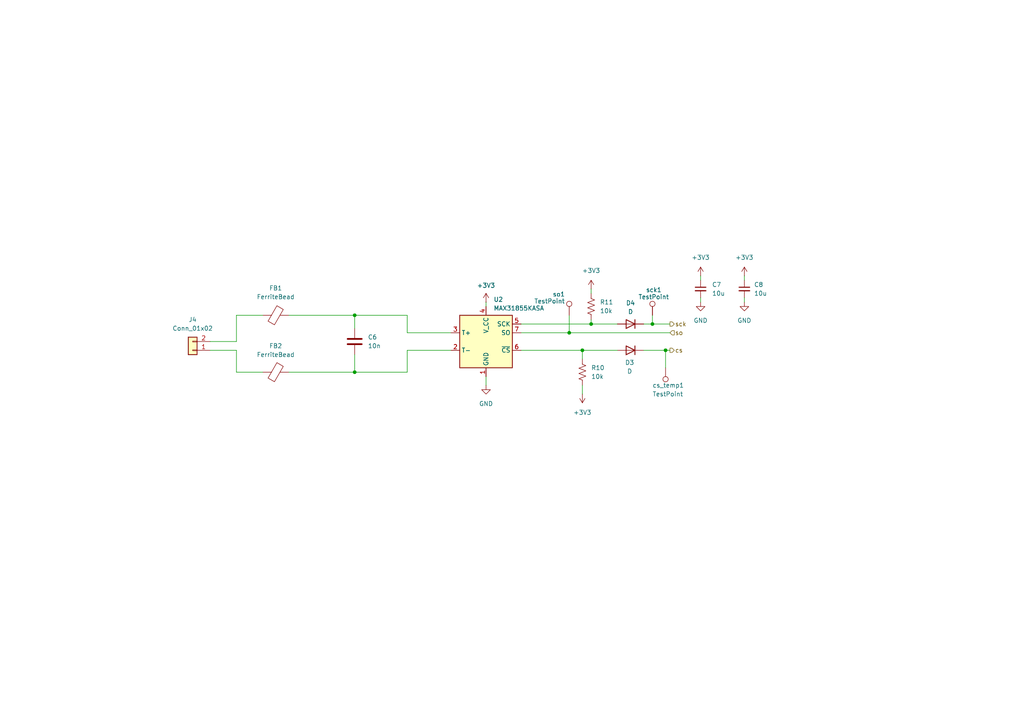
<source format=kicad_sch>
(kicad_sch
	(version 20250114)
	(generator "eeschema")
	(generator_version "9.0")
	(uuid "0c7625ba-9c37-4d44-995b-1935ff458a83")
	(paper "A4")
	(lib_symbols
		(symbol "Connector:TestPoint"
			(pin_numbers
				(hide yes)
			)
			(pin_names
				(offset 0.762)
				(hide yes)
			)
			(exclude_from_sim no)
			(in_bom yes)
			(on_board yes)
			(property "Reference" "TP"
				(at 0 6.858 0)
				(effects
					(font
						(size 1.27 1.27)
					)
				)
			)
			(property "Value" "TestPoint"
				(at 0 5.08 0)
				(effects
					(font
						(size 1.27 1.27)
					)
				)
			)
			(property "Footprint" ""
				(at 5.08 0 0)
				(effects
					(font
						(size 1.27 1.27)
					)
					(hide yes)
				)
			)
			(property "Datasheet" "~"
				(at 5.08 0 0)
				(effects
					(font
						(size 1.27 1.27)
					)
					(hide yes)
				)
			)
			(property "Description" "test point"
				(at 0 0 0)
				(effects
					(font
						(size 1.27 1.27)
					)
					(hide yes)
				)
			)
			(property "ki_keywords" "test point tp"
				(at 0 0 0)
				(effects
					(font
						(size 1.27 1.27)
					)
					(hide yes)
				)
			)
			(property "ki_fp_filters" "Pin* Test*"
				(at 0 0 0)
				(effects
					(font
						(size 1.27 1.27)
					)
					(hide yes)
				)
			)
			(symbol "TestPoint_0_1"
				(circle
					(center 0 3.302)
					(radius 0.762)
					(stroke
						(width 0)
						(type default)
					)
					(fill
						(type none)
					)
				)
			)
			(symbol "TestPoint_1_1"
				(pin passive line
					(at 0 0 90)
					(length 2.54)
					(name "1"
						(effects
							(font
								(size 1.27 1.27)
							)
						)
					)
					(number "1"
						(effects
							(font
								(size 1.27 1.27)
							)
						)
					)
				)
			)
			(embedded_fonts no)
		)
		(symbol "Device:C"
			(pin_numbers
				(hide yes)
			)
			(pin_names
				(offset 0.254)
			)
			(exclude_from_sim no)
			(in_bom yes)
			(on_board yes)
			(property "Reference" "C"
				(at 0.635 2.54 0)
				(effects
					(font
						(size 1.27 1.27)
					)
					(justify left)
				)
			)
			(property "Value" "C"
				(at 0.635 -2.54 0)
				(effects
					(font
						(size 1.27 1.27)
					)
					(justify left)
				)
			)
			(property "Footprint" ""
				(at 0.9652 -3.81 0)
				(effects
					(font
						(size 1.27 1.27)
					)
					(hide yes)
				)
			)
			(property "Datasheet" "~"
				(at 0 0 0)
				(effects
					(font
						(size 1.27 1.27)
					)
					(hide yes)
				)
			)
			(property "Description" "Unpolarized capacitor"
				(at 0 0 0)
				(effects
					(font
						(size 1.27 1.27)
					)
					(hide yes)
				)
			)
			(property "ki_keywords" "cap capacitor"
				(at 0 0 0)
				(effects
					(font
						(size 1.27 1.27)
					)
					(hide yes)
				)
			)
			(property "ki_fp_filters" "C_*"
				(at 0 0 0)
				(effects
					(font
						(size 1.27 1.27)
					)
					(hide yes)
				)
			)
			(symbol "C_0_1"
				(polyline
					(pts
						(xy -2.032 0.762) (xy 2.032 0.762)
					)
					(stroke
						(width 0.508)
						(type default)
					)
					(fill
						(type none)
					)
				)
				(polyline
					(pts
						(xy -2.032 -0.762) (xy 2.032 -0.762)
					)
					(stroke
						(width 0.508)
						(type default)
					)
					(fill
						(type none)
					)
				)
			)
			(symbol "C_1_1"
				(pin passive line
					(at 0 3.81 270)
					(length 2.794)
					(name "~"
						(effects
							(font
								(size 1.27 1.27)
							)
						)
					)
					(number "1"
						(effects
							(font
								(size 1.27 1.27)
							)
						)
					)
				)
				(pin passive line
					(at 0 -3.81 90)
					(length 2.794)
					(name "~"
						(effects
							(font
								(size 1.27 1.27)
							)
						)
					)
					(number "2"
						(effects
							(font
								(size 1.27 1.27)
							)
						)
					)
				)
			)
			(embedded_fonts no)
		)
		(symbol "Device:C_Small"
			(pin_numbers
				(hide yes)
			)
			(pin_names
				(offset 0.254)
				(hide yes)
			)
			(exclude_from_sim no)
			(in_bom yes)
			(on_board yes)
			(property "Reference" "C"
				(at 0.254 1.778 0)
				(effects
					(font
						(size 1.27 1.27)
					)
					(justify left)
				)
			)
			(property "Value" "C_Small"
				(at 0.254 -2.032 0)
				(effects
					(font
						(size 1.27 1.27)
					)
					(justify left)
				)
			)
			(property "Footprint" ""
				(at 0 0 0)
				(effects
					(font
						(size 1.27 1.27)
					)
					(hide yes)
				)
			)
			(property "Datasheet" "~"
				(at 0 0 0)
				(effects
					(font
						(size 1.27 1.27)
					)
					(hide yes)
				)
			)
			(property "Description" "Unpolarized capacitor, small symbol"
				(at 0 0 0)
				(effects
					(font
						(size 1.27 1.27)
					)
					(hide yes)
				)
			)
			(property "ki_keywords" "capacitor cap"
				(at 0 0 0)
				(effects
					(font
						(size 1.27 1.27)
					)
					(hide yes)
				)
			)
			(property "ki_fp_filters" "C_*"
				(at 0 0 0)
				(effects
					(font
						(size 1.27 1.27)
					)
					(hide yes)
				)
			)
			(symbol "C_Small_0_1"
				(polyline
					(pts
						(xy -1.524 0.508) (xy 1.524 0.508)
					)
					(stroke
						(width 0.3048)
						(type default)
					)
					(fill
						(type none)
					)
				)
				(polyline
					(pts
						(xy -1.524 -0.508) (xy 1.524 -0.508)
					)
					(stroke
						(width 0.3302)
						(type default)
					)
					(fill
						(type none)
					)
				)
			)
			(symbol "C_Small_1_1"
				(pin passive line
					(at 0 2.54 270)
					(length 2.032)
					(name "~"
						(effects
							(font
								(size 1.27 1.27)
							)
						)
					)
					(number "1"
						(effects
							(font
								(size 1.27 1.27)
							)
						)
					)
				)
				(pin passive line
					(at 0 -2.54 90)
					(length 2.032)
					(name "~"
						(effects
							(font
								(size 1.27 1.27)
							)
						)
					)
					(number "2"
						(effects
							(font
								(size 1.27 1.27)
							)
						)
					)
				)
			)
			(embedded_fonts no)
		)
		(symbol "Device:D"
			(pin_numbers
				(hide yes)
			)
			(pin_names
				(offset 1.016)
				(hide yes)
			)
			(exclude_from_sim no)
			(in_bom yes)
			(on_board yes)
			(property "Reference" "D"
				(at 0 2.54 0)
				(effects
					(font
						(size 1.27 1.27)
					)
				)
			)
			(property "Value" "D"
				(at 0 -2.54 0)
				(effects
					(font
						(size 1.27 1.27)
					)
				)
			)
			(property "Footprint" ""
				(at 0 0 0)
				(effects
					(font
						(size 1.27 1.27)
					)
					(hide yes)
				)
			)
			(property "Datasheet" "~"
				(at 0 0 0)
				(effects
					(font
						(size 1.27 1.27)
					)
					(hide yes)
				)
			)
			(property "Description" "Diode"
				(at 0 0 0)
				(effects
					(font
						(size 1.27 1.27)
					)
					(hide yes)
				)
			)
			(property "Sim.Device" "D"
				(at 0 0 0)
				(effects
					(font
						(size 1.27 1.27)
					)
					(hide yes)
				)
			)
			(property "Sim.Pins" "1=K 2=A"
				(at 0 0 0)
				(effects
					(font
						(size 1.27 1.27)
					)
					(hide yes)
				)
			)
			(property "ki_keywords" "diode"
				(at 0 0 0)
				(effects
					(font
						(size 1.27 1.27)
					)
					(hide yes)
				)
			)
			(property "ki_fp_filters" "TO-???* *_Diode_* *SingleDiode* D_*"
				(at 0 0 0)
				(effects
					(font
						(size 1.27 1.27)
					)
					(hide yes)
				)
			)
			(symbol "D_0_1"
				(polyline
					(pts
						(xy -1.27 1.27) (xy -1.27 -1.27)
					)
					(stroke
						(width 0.254)
						(type default)
					)
					(fill
						(type none)
					)
				)
				(polyline
					(pts
						(xy 1.27 1.27) (xy 1.27 -1.27) (xy -1.27 0) (xy 1.27 1.27)
					)
					(stroke
						(width 0.254)
						(type default)
					)
					(fill
						(type none)
					)
				)
				(polyline
					(pts
						(xy 1.27 0) (xy -1.27 0)
					)
					(stroke
						(width 0)
						(type default)
					)
					(fill
						(type none)
					)
				)
			)
			(symbol "D_1_1"
				(pin passive line
					(at -3.81 0 0)
					(length 2.54)
					(name "K"
						(effects
							(font
								(size 1.27 1.27)
							)
						)
					)
					(number "1"
						(effects
							(font
								(size 1.27 1.27)
							)
						)
					)
				)
				(pin passive line
					(at 3.81 0 180)
					(length 2.54)
					(name "A"
						(effects
							(font
								(size 1.27 1.27)
							)
						)
					)
					(number "2"
						(effects
							(font
								(size 1.27 1.27)
							)
						)
					)
				)
			)
			(embedded_fonts no)
		)
		(symbol "Device:FerriteBead"
			(pin_numbers
				(hide yes)
			)
			(pin_names
				(offset 0)
			)
			(exclude_from_sim no)
			(in_bom yes)
			(on_board yes)
			(property "Reference" "FB"
				(at -3.81 0.635 90)
				(effects
					(font
						(size 1.27 1.27)
					)
				)
			)
			(property "Value" "FerriteBead"
				(at 3.81 0 90)
				(effects
					(font
						(size 1.27 1.27)
					)
				)
			)
			(property "Footprint" ""
				(at -1.778 0 90)
				(effects
					(font
						(size 1.27 1.27)
					)
					(hide yes)
				)
			)
			(property "Datasheet" "~"
				(at 0 0 0)
				(effects
					(font
						(size 1.27 1.27)
					)
					(hide yes)
				)
			)
			(property "Description" "Ferrite bead"
				(at 0 0 0)
				(effects
					(font
						(size 1.27 1.27)
					)
					(hide yes)
				)
			)
			(property "ki_keywords" "L ferrite bead inductor filter"
				(at 0 0 0)
				(effects
					(font
						(size 1.27 1.27)
					)
					(hide yes)
				)
			)
			(property "ki_fp_filters" "Inductor_* L_* *Ferrite*"
				(at 0 0 0)
				(effects
					(font
						(size 1.27 1.27)
					)
					(hide yes)
				)
			)
			(symbol "FerriteBead_0_1"
				(polyline
					(pts
						(xy -2.7686 0.4064) (xy -1.7018 2.2606) (xy 2.7686 -0.3048) (xy 1.6764 -2.159) (xy -2.7686 0.4064)
					)
					(stroke
						(width 0)
						(type default)
					)
					(fill
						(type none)
					)
				)
				(polyline
					(pts
						(xy 0 1.27) (xy 0 1.2954)
					)
					(stroke
						(width 0)
						(type default)
					)
					(fill
						(type none)
					)
				)
				(polyline
					(pts
						(xy 0 -1.27) (xy 0 -1.2192)
					)
					(stroke
						(width 0)
						(type default)
					)
					(fill
						(type none)
					)
				)
			)
			(symbol "FerriteBead_1_1"
				(pin passive line
					(at 0 3.81 270)
					(length 2.54)
					(name "~"
						(effects
							(font
								(size 1.27 1.27)
							)
						)
					)
					(number "1"
						(effects
							(font
								(size 1.27 1.27)
							)
						)
					)
				)
				(pin passive line
					(at 0 -3.81 90)
					(length 2.54)
					(name "~"
						(effects
							(font
								(size 1.27 1.27)
							)
						)
					)
					(number "2"
						(effects
							(font
								(size 1.27 1.27)
							)
						)
					)
				)
			)
			(embedded_fonts no)
		)
		(symbol "Device:R_US"
			(pin_numbers
				(hide yes)
			)
			(pin_names
				(offset 0)
			)
			(exclude_from_sim no)
			(in_bom yes)
			(on_board yes)
			(property "Reference" "R"
				(at 2.54 0 90)
				(effects
					(font
						(size 1.27 1.27)
					)
				)
			)
			(property "Value" "R_US"
				(at -2.54 0 90)
				(effects
					(font
						(size 1.27 1.27)
					)
				)
			)
			(property "Footprint" ""
				(at 1.016 -0.254 90)
				(effects
					(font
						(size 1.27 1.27)
					)
					(hide yes)
				)
			)
			(property "Datasheet" "~"
				(at 0 0 0)
				(effects
					(font
						(size 1.27 1.27)
					)
					(hide yes)
				)
			)
			(property "Description" "Resistor, US symbol"
				(at 0 0 0)
				(effects
					(font
						(size 1.27 1.27)
					)
					(hide yes)
				)
			)
			(property "ki_keywords" "R res resistor"
				(at 0 0 0)
				(effects
					(font
						(size 1.27 1.27)
					)
					(hide yes)
				)
			)
			(property "ki_fp_filters" "R_*"
				(at 0 0 0)
				(effects
					(font
						(size 1.27 1.27)
					)
					(hide yes)
				)
			)
			(symbol "R_US_0_1"
				(polyline
					(pts
						(xy 0 2.286) (xy 0 2.54)
					)
					(stroke
						(width 0)
						(type default)
					)
					(fill
						(type none)
					)
				)
				(polyline
					(pts
						(xy 0 2.286) (xy 1.016 1.905) (xy 0 1.524) (xy -1.016 1.143) (xy 0 0.762)
					)
					(stroke
						(width 0)
						(type default)
					)
					(fill
						(type none)
					)
				)
				(polyline
					(pts
						(xy 0 0.762) (xy 1.016 0.381) (xy 0 0) (xy -1.016 -0.381) (xy 0 -0.762)
					)
					(stroke
						(width 0)
						(type default)
					)
					(fill
						(type none)
					)
				)
				(polyline
					(pts
						(xy 0 -0.762) (xy 1.016 -1.143) (xy 0 -1.524) (xy -1.016 -1.905) (xy 0 -2.286)
					)
					(stroke
						(width 0)
						(type default)
					)
					(fill
						(type none)
					)
				)
				(polyline
					(pts
						(xy 0 -2.286) (xy 0 -2.54)
					)
					(stroke
						(width 0)
						(type default)
					)
					(fill
						(type none)
					)
				)
			)
			(symbol "R_US_1_1"
				(pin passive line
					(at 0 3.81 270)
					(length 1.27)
					(name "~"
						(effects
							(font
								(size 1.27 1.27)
							)
						)
					)
					(number "1"
						(effects
							(font
								(size 1.27 1.27)
							)
						)
					)
				)
				(pin passive line
					(at 0 -3.81 90)
					(length 1.27)
					(name "~"
						(effects
							(font
								(size 1.27 1.27)
							)
						)
					)
					(number "2"
						(effects
							(font
								(size 1.27 1.27)
							)
						)
					)
				)
			)
			(embedded_fonts no)
		)
		(symbol "PCM_4ms_Connector:Conn_01x02"
			(pin_names
				(offset 1.016)
				(hide yes)
			)
			(exclude_from_sim no)
			(in_bom yes)
			(on_board yes)
			(property "Reference" "J"
				(at 0 2.54 0)
				(effects
					(font
						(size 1.27 1.27)
					)
				)
			)
			(property "Value" "Conn_01x02"
				(at 0 -5.08 0)
				(effects
					(font
						(size 1.27 1.27)
					)
				)
			)
			(property "Footprint" "4ms_Connector:Pins_1x02_2.54mm_TH"
				(at -0.635 4.445 0)
				(effects
					(font
						(size 1.27 1.27)
					)
					(hide yes)
				)
			)
			(property "Datasheet" ""
				(at 0 0 0)
				(effects
					(font
						(size 1.27 1.27)
					)
					(hide yes)
				)
			)
			(property "Description" "HEADER 1x2 MALE PINS 0.100” 180deg"
				(at 0 0 0)
				(effects
					(font
						(size 1.27 1.27)
					)
					(hide yes)
				)
			)
			(property "Specifications" "Pins_01x02, Header, Male Pins, 1*2, spacing 2.54mm, straight pin"
				(at -2.54 -7.874 0)
				(effects
					(font
						(size 1.27 1.27)
					)
					(justify left)
					(hide yes)
				)
			)
			(property "Manufacturer" "TAD"
				(at -2.54 -9.398 0)
				(effects
					(font
						(size 1.27 1.27)
					)
					(justify left)
					(hide yes)
				)
			)
			(property "Part Number" "1-0201FBV0T"
				(at -2.54 -10.922 0)
				(effects
					(font
						(size 1.27 1.27)
					)
					(justify left)
					(hide yes)
				)
			)
			(property "ki_keywords" "Conn_01x02"
				(at 0 0 0)
				(effects
					(font
						(size 1.27 1.27)
					)
					(hide yes)
				)
			)
			(property "ki_fp_filters" "Connector*:*_??x*mm* Connector*:*1x??x*mm* Pin?Header?Straight?1X* Pin?Header?Angled?1X* Socket?Strip?Straight?1X* Socket?Strip?Angled?1X*"
				(at 0 0 0)
				(effects
					(font
						(size 1.27 1.27)
					)
					(hide yes)
				)
			)
			(symbol "Conn_01x02_1_1"
				(rectangle
					(start -1.27 1.27)
					(end 1.27 -3.81)
					(stroke
						(width 0.254)
						(type default)
					)
					(fill
						(type background)
					)
				)
				(rectangle
					(start -1.27 0.127)
					(end 0 -0.127)
					(stroke
						(width 0.1524)
						(type default)
					)
					(fill
						(type none)
					)
				)
				(rectangle
					(start -1.27 -2.413)
					(end 0 -2.667)
					(stroke
						(width 0.1524)
						(type default)
					)
					(fill
						(type none)
					)
				)
				(pin passive line
					(at -5.08 0 0)
					(length 3.81)
					(name "Pin_1"
						(effects
							(font
								(size 1.27 1.27)
							)
						)
					)
					(number "1"
						(effects
							(font
								(size 1.27 1.27)
							)
						)
					)
				)
				(pin passive line
					(at -5.08 -2.54 0)
					(length 3.81)
					(name "Pin_2"
						(effects
							(font
								(size 1.27 1.27)
							)
						)
					)
					(number "2"
						(effects
							(font
								(size 1.27 1.27)
							)
						)
					)
				)
			)
			(embedded_fonts no)
		)
		(symbol "PCM_4ms_Power-symbol:GND"
			(power)
			(pin_names
				(offset 0)
			)
			(exclude_from_sim no)
			(in_bom yes)
			(on_board yes)
			(property "Reference" "#PWR"
				(at 0 -6.35 0)
				(effects
					(font
						(size 1.27 1.27)
					)
					(hide yes)
				)
			)
			(property "Value" "GND"
				(at 0 -3.81 0)
				(effects
					(font
						(size 1.27 1.27)
					)
				)
			)
			(property "Footprint" ""
				(at 0 0 0)
				(effects
					(font
						(size 1.27 1.27)
					)
					(hide yes)
				)
			)
			(property "Datasheet" ""
				(at 0 0 0)
				(effects
					(font
						(size 1.27 1.27)
					)
					(hide yes)
				)
			)
			(property "Description" ""
				(at 0 0 0)
				(effects
					(font
						(size 1.27 1.27)
					)
					(hide yes)
				)
			)
			(symbol "GND_0_1"
				(polyline
					(pts
						(xy 0 0) (xy 0 -1.27) (xy 1.27 -1.27) (xy 0 -2.54) (xy -1.27 -1.27) (xy 0 -1.27)
					)
					(stroke
						(width 0)
						(type default)
					)
					(fill
						(type none)
					)
				)
			)
			(symbol "GND_1_1"
				(pin power_in line
					(at 0 0 270)
					(length 0)
					(hide yes)
					(name "GND"
						(effects
							(font
								(size 1.27 1.27)
							)
						)
					)
					(number "1"
						(effects
							(font
								(size 1.27 1.27)
							)
						)
					)
				)
			)
			(embedded_fonts no)
		)
		(symbol "Sensor_Temperature:MAX31855KASA"
			(exclude_from_sim no)
			(in_bom yes)
			(on_board yes)
			(property "Reference" "U"
				(at -7.62 8.89 0)
				(effects
					(font
						(size 1.27 1.27)
					)
					(justify left)
				)
			)
			(property "Value" "MAX31855KASA"
				(at 1.27 8.89 0)
				(effects
					(font
						(size 1.27 1.27)
					)
					(justify left)
				)
			)
			(property "Footprint" "Package_SO:SOIC-8_3.9x4.9mm_P1.27mm"
				(at 25.4 -8.89 0)
				(effects
					(font
						(size 1.27 1.27)
						(italic yes)
					)
					(hide yes)
				)
			)
			(property "Datasheet" "http://datasheets.maximintegrated.com/en/ds/MAX31855.pdf"
				(at 0 0 0)
				(effects
					(font
						(size 1.27 1.27)
					)
					(hide yes)
				)
			)
			(property "Description" "Cold Junction K-type Termocouple Interface, SPI, SO8"
				(at 0 0 0)
				(effects
					(font
						(size 1.27 1.27)
					)
					(hide yes)
				)
			)
			(property "ki_keywords" "Cold Junction Termocouple Interface SPI"
				(at 0 0 0)
				(effects
					(font
						(size 1.27 1.27)
					)
					(hide yes)
				)
			)
			(property "ki_fp_filters" "SOIC*3.9x4.9mm*P1.27mm*"
				(at 0 0 0)
				(effects
					(font
						(size 1.27 1.27)
					)
					(hide yes)
				)
			)
			(symbol "MAX31855KASA_0_1"
				(rectangle
					(start -7.62 7.62)
					(end 7.62 -7.62)
					(stroke
						(width 0.254)
						(type default)
					)
					(fill
						(type background)
					)
				)
			)
			(symbol "MAX31855KASA_1_1"
				(pin passive line
					(at -10.16 2.54 0)
					(length 2.54)
					(name "T+"
						(effects
							(font
								(size 1.27 1.27)
							)
						)
					)
					(number "3"
						(effects
							(font
								(size 1.27 1.27)
							)
						)
					)
				)
				(pin passive line
					(at -10.16 -2.54 0)
					(length 2.54)
					(name "T-"
						(effects
							(font
								(size 1.27 1.27)
							)
						)
					)
					(number "2"
						(effects
							(font
								(size 1.27 1.27)
							)
						)
					)
				)
				(pin power_in line
					(at 0 10.16 270)
					(length 2.54)
					(name "V_CC"
						(effects
							(font
								(size 1.27 1.27)
							)
						)
					)
					(number "4"
						(effects
							(font
								(size 1.27 1.27)
							)
						)
					)
				)
				(pin power_in line
					(at 0 -10.16 90)
					(length 2.54)
					(name "GND"
						(effects
							(font
								(size 1.27 1.27)
							)
						)
					)
					(number "1"
						(effects
							(font
								(size 1.27 1.27)
							)
						)
					)
				)
				(pin input line
					(at 10.16 5.08 180)
					(length 2.54)
					(name "SCK"
						(effects
							(font
								(size 1.27 1.27)
							)
						)
					)
					(number "5"
						(effects
							(font
								(size 1.27 1.27)
							)
						)
					)
				)
				(pin tri_state line
					(at 10.16 2.54 180)
					(length 2.54)
					(name "SO"
						(effects
							(font
								(size 1.27 1.27)
							)
						)
					)
					(number "7"
						(effects
							(font
								(size 1.27 1.27)
							)
						)
					)
				)
				(pin input line
					(at 10.16 -2.54 180)
					(length 2.54)
					(name "~{CS}"
						(effects
							(font
								(size 1.27 1.27)
							)
						)
					)
					(number "6"
						(effects
							(font
								(size 1.27 1.27)
							)
						)
					)
				)
			)
			(embedded_fonts no)
		)
		(symbol "power:+3V3"
			(power)
			(pin_numbers
				(hide yes)
			)
			(pin_names
				(offset 0)
				(hide yes)
			)
			(exclude_from_sim no)
			(in_bom yes)
			(on_board yes)
			(property "Reference" "#PWR"
				(at 0 -3.81 0)
				(effects
					(font
						(size 1.27 1.27)
					)
					(hide yes)
				)
			)
			(property "Value" "+3V3"
				(at 0 3.556 0)
				(effects
					(font
						(size 1.27 1.27)
					)
				)
			)
			(property "Footprint" ""
				(at 0 0 0)
				(effects
					(font
						(size 1.27 1.27)
					)
					(hide yes)
				)
			)
			(property "Datasheet" ""
				(at 0 0 0)
				(effects
					(font
						(size 1.27 1.27)
					)
					(hide yes)
				)
			)
			(property "Description" "Power symbol creates a global label with name \"+3V3\""
				(at 0 0 0)
				(effects
					(font
						(size 1.27 1.27)
					)
					(hide yes)
				)
			)
			(property "ki_keywords" "global power"
				(at 0 0 0)
				(effects
					(font
						(size 1.27 1.27)
					)
					(hide yes)
				)
			)
			(symbol "+3V3_0_1"
				(polyline
					(pts
						(xy -0.762 1.27) (xy 0 2.54)
					)
					(stroke
						(width 0)
						(type default)
					)
					(fill
						(type none)
					)
				)
				(polyline
					(pts
						(xy 0 2.54) (xy 0.762 1.27)
					)
					(stroke
						(width 0)
						(type default)
					)
					(fill
						(type none)
					)
				)
				(polyline
					(pts
						(xy 0 0) (xy 0 2.54)
					)
					(stroke
						(width 0)
						(type default)
					)
					(fill
						(type none)
					)
				)
			)
			(symbol "+3V3_1_1"
				(pin power_in line
					(at 0 0 90)
					(length 0)
					(name "~"
						(effects
							(font
								(size 1.27 1.27)
							)
						)
					)
					(number "1"
						(effects
							(font
								(size 1.27 1.27)
							)
						)
					)
				)
			)
			(embedded_fonts no)
		)
	)
	(junction
		(at 102.87 91.44)
		(diameter 0)
		(color 0 0 0 0)
		(uuid "14e26d07-60fd-4ae8-8f68-fb0f58a8df41")
	)
	(junction
		(at 168.91 101.6)
		(diameter 0)
		(color 0 0 0 0)
		(uuid "2aa36ab1-5033-45cf-9ec2-fdad317ac0d0")
	)
	(junction
		(at 171.45 93.98)
		(diameter 0)
		(color 0 0 0 0)
		(uuid "4fec566d-45cc-422c-8570-33d088d2aa82")
	)
	(junction
		(at 189.23 93.98)
		(diameter 0)
		(color 0 0 0 0)
		(uuid "52e3a751-7194-4f13-abb7-01ee44d774ee")
	)
	(junction
		(at 102.87 107.95)
		(diameter 0)
		(color 0 0 0 0)
		(uuid "7b419302-7615-4a15-9db7-ab3079aeaa72")
	)
	(junction
		(at 165.1 96.52)
		(diameter 0)
		(color 0 0 0 0)
		(uuid "b38903c7-8e09-4fe0-ba69-8b587e7c81c5")
	)
	(junction
		(at 193.04 101.6)
		(diameter 0)
		(color 0 0 0 0)
		(uuid "d04c88ea-9337-4e29-99a0-ea00608168ae")
	)
	(wire
		(pts
			(xy 193.04 101.6) (xy 193.04 106.68)
		)
		(stroke
			(width 0)
			(type default)
		)
		(uuid "034b5a72-7b0e-47b9-93a9-eab3a27adf4a")
	)
	(wire
		(pts
			(xy 140.97 109.22) (xy 140.97 111.76)
		)
		(stroke
			(width 0)
			(type default)
		)
		(uuid "072f9b06-0c7d-45c6-a36e-d8e687432eb4")
	)
	(wire
		(pts
			(xy 68.58 107.95) (xy 76.2 107.95)
		)
		(stroke
			(width 0)
			(type default)
		)
		(uuid "0e90215a-7ec9-4b89-9e69-d89023435e00")
	)
	(wire
		(pts
			(xy 140.97 88.9) (xy 140.97 87.63)
		)
		(stroke
			(width 0)
			(type default)
		)
		(uuid "14e47480-95a5-415f-ade5-cad857354b9f")
	)
	(wire
		(pts
			(xy 151.13 101.6) (xy 168.91 101.6)
		)
		(stroke
			(width 0)
			(type default)
		)
		(uuid "1a56abeb-cf1e-41a0-be1a-bfadfae25b9d")
	)
	(wire
		(pts
			(xy 165.1 96.52) (xy 194.31 96.52)
		)
		(stroke
			(width 0)
			(type default)
		)
		(uuid "206b2106-0020-44d3-b3df-6969c121d174")
	)
	(wire
		(pts
			(xy 68.58 101.6) (xy 68.58 107.95)
		)
		(stroke
			(width 0)
			(type default)
		)
		(uuid "2bc7cd07-9d99-4771-ac2d-dd54a2e979b8")
	)
	(wire
		(pts
			(xy 151.13 93.98) (xy 171.45 93.98)
		)
		(stroke
			(width 0)
			(type default)
		)
		(uuid "2e735909-94cc-490c-a7d7-131ea96404d1")
	)
	(wire
		(pts
			(xy 68.58 99.06) (xy 68.58 91.44)
		)
		(stroke
			(width 0)
			(type default)
		)
		(uuid "3ef1af63-2209-43e0-a3db-772ee264ab0f")
	)
	(wire
		(pts
			(xy 168.91 101.6) (xy 179.07 101.6)
		)
		(stroke
			(width 0)
			(type default)
		)
		(uuid "4209257f-7c81-4a65-a3dd-531bcb21e3df")
	)
	(wire
		(pts
			(xy 165.1 91.44) (xy 165.1 96.52)
		)
		(stroke
			(width 0)
			(type default)
		)
		(uuid "4f11ab60-6dde-43aa-bcfa-21a62660493a")
	)
	(wire
		(pts
			(xy 203.2 80.01) (xy 203.2 81.28)
		)
		(stroke
			(width 0)
			(type default)
		)
		(uuid "51b83c20-ee98-4215-bd68-5dc27c9e676e")
	)
	(wire
		(pts
			(xy 193.04 101.6) (xy 194.31 101.6)
		)
		(stroke
			(width 0)
			(type default)
		)
		(uuid "595748cf-4770-443c-98bc-fb0dad151c7f")
	)
	(wire
		(pts
			(xy 203.2 87.63) (xy 203.2 86.36)
		)
		(stroke
			(width 0)
			(type default)
		)
		(uuid "59d4e68a-42ed-417b-b06e-1ce73283dfc5")
	)
	(wire
		(pts
			(xy 171.45 92.71) (xy 171.45 93.98)
		)
		(stroke
			(width 0)
			(type default)
		)
		(uuid "6042ca3c-de84-4de5-9503-08c71ef01b88")
	)
	(wire
		(pts
			(xy 171.45 93.98) (xy 179.07 93.98)
		)
		(stroke
			(width 0)
			(type default)
		)
		(uuid "66c0df56-5dcc-4b1f-9fcc-e73c9831be7f")
	)
	(wire
		(pts
			(xy 168.91 101.6) (xy 168.91 104.14)
		)
		(stroke
			(width 0)
			(type default)
		)
		(uuid "6b85afc4-1043-4c69-84db-3a364ae5aac3")
	)
	(wire
		(pts
			(xy 102.87 91.44) (xy 102.87 95.25)
		)
		(stroke
			(width 0)
			(type default)
		)
		(uuid "6f617fa6-95d7-4cf7-82f1-eba2d377fb91")
	)
	(wire
		(pts
			(xy 215.9 87.63) (xy 215.9 86.36)
		)
		(stroke
			(width 0)
			(type default)
		)
		(uuid "73c3f5de-1c24-4ac4-b470-a34c3321e772")
	)
	(wire
		(pts
			(xy 118.11 107.95) (xy 118.11 101.6)
		)
		(stroke
			(width 0)
			(type default)
		)
		(uuid "7959e65b-5151-414b-a9de-ac5f6cebbcf7")
	)
	(wire
		(pts
			(xy 168.91 111.76) (xy 168.91 114.3)
		)
		(stroke
			(width 0)
			(type default)
		)
		(uuid "7b23ff29-5fc8-4d39-8afa-e25215590133")
	)
	(wire
		(pts
			(xy 83.82 107.95) (xy 102.87 107.95)
		)
		(stroke
			(width 0)
			(type default)
		)
		(uuid "7cbaf6f4-799c-42b2-9a71-d2cac84aaf55")
	)
	(wire
		(pts
			(xy 118.11 91.44) (xy 118.11 96.52)
		)
		(stroke
			(width 0)
			(type default)
		)
		(uuid "80a08d27-02df-4ac2-8c26-148cbd9ea95f")
	)
	(wire
		(pts
			(xy 102.87 91.44) (xy 118.11 91.44)
		)
		(stroke
			(width 0)
			(type default)
		)
		(uuid "82203499-835d-49f1-b59f-485f3abb4662")
	)
	(wire
		(pts
			(xy 186.69 101.6) (xy 193.04 101.6)
		)
		(stroke
			(width 0)
			(type default)
		)
		(uuid "92f1420d-d854-4553-a600-18d40c810e50")
	)
	(wire
		(pts
			(xy 215.9 80.01) (xy 215.9 81.28)
		)
		(stroke
			(width 0)
			(type default)
		)
		(uuid "98cf877b-b9d5-404e-8a0d-6f387fab466a")
	)
	(wire
		(pts
			(xy 118.11 101.6) (xy 130.81 101.6)
		)
		(stroke
			(width 0)
			(type default)
		)
		(uuid "98fb742b-aae0-4e4e-b037-4af40824a320")
	)
	(wire
		(pts
			(xy 60.96 99.06) (xy 68.58 99.06)
		)
		(stroke
			(width 0)
			(type default)
		)
		(uuid "9c032c63-5650-40c9-88ae-62de1ef2b9b6")
	)
	(wire
		(pts
			(xy 83.82 91.44) (xy 102.87 91.44)
		)
		(stroke
			(width 0)
			(type default)
		)
		(uuid "a8296ea3-629a-44eb-b1fc-04bd2aac3f8f")
	)
	(wire
		(pts
			(xy 189.23 91.44) (xy 189.23 93.98)
		)
		(stroke
			(width 0)
			(type default)
		)
		(uuid "b018ffdf-bfe0-4682-ad62-480e2a882319")
	)
	(wire
		(pts
			(xy 68.58 91.44) (xy 76.2 91.44)
		)
		(stroke
			(width 0)
			(type default)
		)
		(uuid "b184246b-f41a-4c9a-add3-a9dbc31dcc0b")
	)
	(wire
		(pts
			(xy 186.69 93.98) (xy 189.23 93.98)
		)
		(stroke
			(width 0)
			(type default)
		)
		(uuid "b361355b-bebe-4c49-a99a-fdf79d88e629")
	)
	(wire
		(pts
			(xy 118.11 96.52) (xy 130.81 96.52)
		)
		(stroke
			(width 0)
			(type default)
		)
		(uuid "bce918bd-3943-4ff0-bf97-01de28edcf6b")
	)
	(wire
		(pts
			(xy 60.96 101.6) (xy 68.58 101.6)
		)
		(stroke
			(width 0)
			(type default)
		)
		(uuid "c509fbeb-1007-4f44-a8e4-babc076082a4")
	)
	(wire
		(pts
			(xy 102.87 107.95) (xy 118.11 107.95)
		)
		(stroke
			(width 0)
			(type default)
		)
		(uuid "c8c7224f-5816-4b69-94bf-fa96f7584482")
	)
	(wire
		(pts
			(xy 189.23 93.98) (xy 194.31 93.98)
		)
		(stroke
			(width 0)
			(type default)
		)
		(uuid "c8eda375-aa88-4806-914f-d0e598166c35")
	)
	(wire
		(pts
			(xy 151.13 96.52) (xy 165.1 96.52)
		)
		(stroke
			(width 0)
			(type default)
		)
		(uuid "d5cd200a-1905-447e-9706-94f9bd69c562")
	)
	(wire
		(pts
			(xy 171.45 85.09) (xy 171.45 83.82)
		)
		(stroke
			(width 0)
			(type default)
		)
		(uuid "db5d3dcb-4e4a-4329-9d88-ccfc39c4bf8e")
	)
	(wire
		(pts
			(xy 102.87 102.87) (xy 102.87 107.95)
		)
		(stroke
			(width 0)
			(type default)
		)
		(uuid "dcebf2ac-ffcb-4028-a271-ac9242213c0f")
	)
	(hierarchical_label "cs"
		(shape output)
		(at 194.31 101.6 0)
		(effects
			(font
				(size 1.27 1.27)
			)
			(justify left)
		)
		(uuid "5913142d-11e3-45b7-a886-496ebb14fb61")
	)
	(hierarchical_label "so"
		(shape input)
		(at 194.31 96.52 0)
		(effects
			(font
				(size 1.27 1.27)
			)
			(justify left)
		)
		(uuid "706b3215-d554-4e27-a59c-1b051eea2732")
	)
	(hierarchical_label "sck"
		(shape output)
		(at 194.31 93.98 0)
		(effects
			(font
				(size 1.27 1.27)
			)
			(justify left)
		)
		(uuid "80ee19a9-909b-4d26-b375-91e0dbd7aaaf")
	)
	(symbol
		(lib_id "Device:FerriteBead")
		(at 80.01 91.44 90)
		(unit 1)
		(exclude_from_sim no)
		(in_bom yes)
		(on_board yes)
		(dnp no)
		(fields_autoplaced yes)
		(uuid "08af97a8-8f2b-4fca-a96d-8891f84bd0ed")
		(property "Reference" "FB1"
			(at 79.9592 83.566 90)
			(effects
				(font
					(size 1.27 1.27)
				)
			)
		)
		(property "Value" "FerriteBead"
			(at 79.9592 86.106 90)
			(effects
				(font
					(size 1.27 1.27)
				)
			)
		)
		(property "Footprint" "Capacitor_SMD:C_0805_2012Metric"
			(at 80.01 93.218 90)
			(effects
				(font
					(size 1.27 1.27)
				)
				(hide yes)
			)
		)
		(property "Datasheet" "~"
			(at 80.01 91.44 0)
			(effects
				(font
					(size 1.27 1.27)
				)
				(hide yes)
			)
		)
		(property "Description" "Ferrite bead"
			(at 80.01 91.44 0)
			(effects
				(font
					(size 1.27 1.27)
				)
				(hide yes)
			)
		)
		(pin "1"
			(uuid "bba8c96a-e7cb-4bdb-8904-895d49be8c2e")
		)
		(pin "2"
			(uuid "75279bae-503a-4a31-95a0-fc42ad13ee6d")
		)
		(instances
			(project "battery monitoring board"
				(path "/bf623d80-ca5a-491f-9daa-4dffbeba5279/5ec2dbdf-a276-4d4c-99fc-008475c1e770"
					(reference "FB1")
					(unit 1)
				)
			)
		)
	)
	(symbol
		(lib_id "Connector:TestPoint")
		(at 189.23 91.44 0)
		(unit 1)
		(exclude_from_sim no)
		(in_bom yes)
		(on_board yes)
		(dnp no)
		(uuid "38299f24-9948-4510-b30d-9cc9b39469b3")
		(property "Reference" "sck1"
			(at 187.3354 84.074 0)
			(effects
				(font
					(size 1.27 1.27)
				)
				(justify left)
			)
		)
		(property "Value" "TestPoint"
			(at 185.1212 86.1173 0)
			(effects
				(font
					(size 1.27 1.27)
				)
				(justify left)
			)
		)
		(property "Footprint" "TestPoint:TestPoint_Pad_1.0x1.0mm"
			(at 194.31 91.44 0)
			(effects
				(font
					(size 1.27 1.27)
				)
				(hide yes)
			)
		)
		(property "Datasheet" "~"
			(at 194.31 91.44 0)
			(effects
				(font
					(size 1.27 1.27)
				)
				(hide yes)
			)
		)
		(property "Description" "test point"
			(at 189.23 91.44 0)
			(effects
				(font
					(size 1.27 1.27)
				)
				(hide yes)
			)
		)
		(pin "1"
			(uuid "72cabd2d-76c9-4a0e-9c1e-1fe15d48e848")
		)
		(instances
			(project "battery monitoring board"
				(path "/bf623d80-ca5a-491f-9daa-4dffbeba5279/5ec2dbdf-a276-4d4c-99fc-008475c1e770"
					(reference "sck1")
					(unit 1)
				)
			)
		)
	)
	(symbol
		(lib_id "Device:FerriteBead")
		(at 80.01 107.95 90)
		(unit 1)
		(exclude_from_sim no)
		(in_bom yes)
		(on_board yes)
		(dnp no)
		(fields_autoplaced yes)
		(uuid "3a8c77d7-7031-4b09-8a09-bec993210e2e")
		(property "Reference" "FB2"
			(at 79.9592 100.33 90)
			(effects
				(font
					(size 1.27 1.27)
				)
			)
		)
		(property "Value" "FerriteBead"
			(at 79.9592 102.87 90)
			(effects
				(font
					(size 1.27 1.27)
				)
			)
		)
		(property "Footprint" "Capacitor_SMD:C_0805_2012Metric"
			(at 80.01 109.728 90)
			(effects
				(font
					(size 1.27 1.27)
				)
				(hide yes)
			)
		)
		(property "Datasheet" "~"
			(at 80.01 107.95 0)
			(effects
				(font
					(size 1.27 1.27)
				)
				(hide yes)
			)
		)
		(property "Description" "Ferrite bead"
			(at 80.01 107.95 0)
			(effects
				(font
					(size 1.27 1.27)
				)
				(hide yes)
			)
		)
		(pin "1"
			(uuid "e0933f90-3207-45dd-a4de-b8971049e3ea")
		)
		(pin "2"
			(uuid "2d190e4c-3fa0-4b60-bab8-ae9c62f247e4")
		)
		(instances
			(project "battery monitoring board"
				(path "/bf623d80-ca5a-491f-9daa-4dffbeba5279/5ec2dbdf-a276-4d4c-99fc-008475c1e770"
					(reference "FB2")
					(unit 1)
				)
			)
		)
	)
	(symbol
		(lib_id "PCM_4ms_Power-symbol:GND")
		(at 140.97 111.76 0)
		(unit 1)
		(exclude_from_sim no)
		(in_bom yes)
		(on_board yes)
		(dnp no)
		(fields_autoplaced yes)
		(uuid "3d593f93-16be-48b1-a639-8d78653caeb4")
		(property "Reference" "#PWR020"
			(at 140.97 118.11 0)
			(effects
				(font
					(size 1.27 1.27)
				)
				(hide yes)
			)
		)
		(property "Value" "GND"
			(at 140.97 117.094 0)
			(effects
				(font
					(size 1.27 1.27)
				)
			)
		)
		(property "Footprint" ""
			(at 140.97 111.76 0)
			(effects
				(font
					(size 1.27 1.27)
				)
				(hide yes)
			)
		)
		(property "Datasheet" ""
			(at 140.97 111.76 0)
			(effects
				(font
					(size 1.27 1.27)
				)
				(hide yes)
			)
		)
		(property "Description" ""
			(at 140.97 111.76 0)
			(effects
				(font
					(size 1.27 1.27)
				)
				(hide yes)
			)
		)
		(pin "1"
			(uuid "c0d5aa60-85cc-4aa5-a8ef-99c30ae3d746")
		)
		(instances
			(project "battery monitoring board"
				(path "/bf623d80-ca5a-491f-9daa-4dffbeba5279/5ec2dbdf-a276-4d4c-99fc-008475c1e770"
					(reference "#PWR020")
					(unit 1)
				)
			)
		)
	)
	(symbol
		(lib_id "power:+3V3")
		(at 203.2 80.01 0)
		(unit 1)
		(exclude_from_sim no)
		(in_bom yes)
		(on_board yes)
		(dnp no)
		(fields_autoplaced yes)
		(uuid "4086809e-9880-44a6-8cf2-f2c1e40f93a8")
		(property "Reference" "#PWR023"
			(at 203.2 83.82 0)
			(effects
				(font
					(size 1.27 1.27)
				)
				(hide yes)
			)
		)
		(property "Value" "+3V3"
			(at 203.2 74.676 0)
			(effects
				(font
					(size 1.27 1.27)
				)
			)
		)
		(property "Footprint" ""
			(at 203.2 80.01 0)
			(effects
				(font
					(size 1.27 1.27)
				)
				(hide yes)
			)
		)
		(property "Datasheet" ""
			(at 203.2 80.01 0)
			(effects
				(font
					(size 1.27 1.27)
				)
				(hide yes)
			)
		)
		(property "Description" "Power symbol creates a global label with name \"+3V3\""
			(at 203.2 80.01 0)
			(effects
				(font
					(size 1.27 1.27)
				)
				(hide yes)
			)
		)
		(pin "1"
			(uuid "ffdc0a65-4a98-442c-b0d4-162366656534")
		)
		(instances
			(project "battery monitoring board"
				(path "/bf623d80-ca5a-491f-9daa-4dffbeba5279/5ec2dbdf-a276-4d4c-99fc-008475c1e770"
					(reference "#PWR023")
					(unit 1)
				)
			)
		)
	)
	(symbol
		(lib_id "Device:R_US")
		(at 171.45 88.9 0)
		(unit 1)
		(exclude_from_sim no)
		(in_bom yes)
		(on_board yes)
		(dnp no)
		(fields_autoplaced yes)
		(uuid "4701e2ad-0e5d-4bee-ad4c-744c855504c1")
		(property "Reference" "R11"
			(at 173.99 87.63 0)
			(effects
				(font
					(size 1.27 1.27)
				)
				(justify left)
			)
		)
		(property "Value" "10k"
			(at 173.99 90.17 0)
			(effects
				(font
					(size 1.27 1.27)
				)
				(justify left)
			)
		)
		(property "Footprint" "Resistor_SMD:R_0805_2012Metric_Pad1.20x1.40mm_HandSolder"
			(at 172.466 89.154 90)
			(effects
				(font
					(size 1.27 1.27)
				)
				(hide yes)
			)
		)
		(property "Datasheet" "~"
			(at 171.45 88.9 0)
			(effects
				(font
					(size 1.27 1.27)
				)
				(hide yes)
			)
		)
		(property "Description" "Resistor, US symbol"
			(at 171.45 88.9 0)
			(effects
				(font
					(size 1.27 1.27)
				)
				(hide yes)
			)
		)
		(pin "1"
			(uuid "db0b874a-4d02-4ebc-8dad-ba6570ee31fb")
		)
		(pin "2"
			(uuid "ea709bba-95c7-4b90-ad6a-4fee7d8bd4e5")
		)
		(instances
			(project "battery monitoring board"
				(path "/bf623d80-ca5a-491f-9daa-4dffbeba5279/5ec2dbdf-a276-4d4c-99fc-008475c1e770"
					(reference "R11")
					(unit 1)
				)
			)
		)
	)
	(symbol
		(lib_id "Connector:TestPoint")
		(at 165.1 91.44 0)
		(unit 1)
		(exclude_from_sim no)
		(in_bom yes)
		(on_board yes)
		(dnp no)
		(uuid "5ad2c877-2e85-44e8-ad70-138e0f7fec5b")
		(property "Reference" "so1"
			(at 160.2808 85.344 0)
			(effects
				(font
					(size 1.27 1.27)
				)
				(justify left)
			)
		)
		(property "Value" "TestPoint"
			(at 154.929 87.3493 0)
			(effects
				(font
					(size 1.27 1.27)
				)
				(justify left)
			)
		)
		(property "Footprint" "TestPoint:TestPoint_Pad_1.0x1.0mm"
			(at 170.18 91.44 0)
			(effects
				(font
					(size 1.27 1.27)
				)
				(hide yes)
			)
		)
		(property "Datasheet" "~"
			(at 170.18 91.44 0)
			(effects
				(font
					(size 1.27 1.27)
				)
				(hide yes)
			)
		)
		(property "Description" "test point"
			(at 165.1 91.44 0)
			(effects
				(font
					(size 1.27 1.27)
				)
				(hide yes)
			)
		)
		(pin "1"
			(uuid "0ca1f584-c8d9-4eb8-9543-dc939209143b")
		)
		(instances
			(project "battery monitoring board"
				(path "/bf623d80-ca5a-491f-9daa-4dffbeba5279/5ec2dbdf-a276-4d4c-99fc-008475c1e770"
					(reference "so1")
					(unit 1)
				)
			)
		)
	)
	(symbol
		(lib_id "Device:R_US")
		(at 168.91 107.95 0)
		(unit 1)
		(exclude_from_sim no)
		(in_bom yes)
		(on_board yes)
		(dnp no)
		(fields_autoplaced yes)
		(uuid "8577fdd0-a081-4338-9b1e-aab93a9af89e")
		(property "Reference" "R10"
			(at 171.45 106.68 0)
			(effects
				(font
					(size 1.27 1.27)
				)
				(justify left)
			)
		)
		(property "Value" "10k"
			(at 171.45 109.22 0)
			(effects
				(font
					(size 1.27 1.27)
				)
				(justify left)
			)
		)
		(property "Footprint" "Resistor_SMD:R_0805_2012Metric_Pad1.20x1.40mm_HandSolder"
			(at 169.926 108.204 90)
			(effects
				(font
					(size 1.27 1.27)
				)
				(hide yes)
			)
		)
		(property "Datasheet" "~"
			(at 168.91 107.95 0)
			(effects
				(font
					(size 1.27 1.27)
				)
				(hide yes)
			)
		)
		(property "Description" "Resistor, US symbol"
			(at 168.91 107.95 0)
			(effects
				(font
					(size 1.27 1.27)
				)
				(hide yes)
			)
		)
		(pin "1"
			(uuid "34d79ea0-a4c4-4615-8b14-dabdbe5cdd47")
		)
		(pin "2"
			(uuid "14df74d2-6c90-49b6-9283-7c5a323d8e56")
		)
		(instances
			(project "battery monitoring board"
				(path "/bf623d80-ca5a-491f-9daa-4dffbeba5279/5ec2dbdf-a276-4d4c-99fc-008475c1e770"
					(reference "R10")
					(unit 1)
				)
			)
		)
	)
	(symbol
		(lib_id "Device:C")
		(at 102.87 99.06 0)
		(unit 1)
		(exclude_from_sim no)
		(in_bom yes)
		(on_board yes)
		(dnp no)
		(fields_autoplaced yes)
		(uuid "8fb2e9d6-3cea-4e47-92ae-57f3d806b5da")
		(property "Reference" "C6"
			(at 106.68 97.7899 0)
			(effects
				(font
					(size 1.27 1.27)
				)
				(justify left)
			)
		)
		(property "Value" "10n"
			(at 106.68 100.3299 0)
			(effects
				(font
					(size 1.27 1.27)
				)
				(justify left)
			)
		)
		(property "Footprint" "Capacitor_SMD:C_0805_2012Metric_Pad1.18x1.45mm_HandSolder"
			(at 103.8352 102.87 0)
			(effects
				(font
					(size 1.27 1.27)
				)
				(hide yes)
			)
		)
		(property "Datasheet" "~"
			(at 102.87 99.06 0)
			(effects
				(font
					(size 1.27 1.27)
				)
				(hide yes)
			)
		)
		(property "Description" "Unpolarized capacitor"
			(at 102.87 99.06 0)
			(effects
				(font
					(size 1.27 1.27)
				)
				(hide yes)
			)
		)
		(pin "1"
			(uuid "ca9a882e-38d3-4aff-becf-5c4c65b471d2")
		)
		(pin "2"
			(uuid "2ee198ac-47c7-4d0f-bf0d-43a390a876f6")
		)
		(instances
			(project "battery monitoring board"
				(path "/bf623d80-ca5a-491f-9daa-4dffbeba5279/5ec2dbdf-a276-4d4c-99fc-008475c1e770"
					(reference "C6")
					(unit 1)
				)
			)
		)
	)
	(symbol
		(lib_id "Connector:TestPoint")
		(at 193.04 106.68 180)
		(unit 1)
		(exclude_from_sim no)
		(in_bom yes)
		(on_board yes)
		(dnp no)
		(uuid "98980d72-c05a-4f8a-907c-b56c7cf43af9")
		(property "Reference" "cs_temp1"
			(at 189.23 111.76 0)
			(effects
				(font
					(size 1.27 1.27)
				)
				(justify right)
			)
		)
		(property "Value" "TestPoint"
			(at 189.23 114.3 0)
			(effects
				(font
					(size 1.27 1.27)
				)
				(justify right)
			)
		)
		(property "Footprint" "TestPoint:TestPoint_Pad_1.0x1.0mm"
			(at 187.96 106.68 0)
			(effects
				(font
					(size 1.27 1.27)
				)
				(hide yes)
			)
		)
		(property "Datasheet" "~"
			(at 187.96 106.68 0)
			(effects
				(font
					(size 1.27 1.27)
				)
				(hide yes)
			)
		)
		(property "Description" "test point"
			(at 193.04 106.68 0)
			(effects
				(font
					(size 1.27 1.27)
				)
				(hide yes)
			)
		)
		(pin "1"
			(uuid "95bb0e3e-7099-4111-986f-cb737668f8c9")
		)
		(instances
			(project "battery monitoring board"
				(path "/bf623d80-ca5a-491f-9daa-4dffbeba5279/5ec2dbdf-a276-4d4c-99fc-008475c1e770"
					(reference "cs_temp1")
					(unit 1)
				)
			)
		)
	)
	(symbol
		(lib_id "Device:C_Small")
		(at 215.9 83.82 0)
		(unit 1)
		(exclude_from_sim no)
		(in_bom yes)
		(on_board yes)
		(dnp no)
		(fields_autoplaced yes)
		(uuid "9e08e52b-2aa7-4017-ada2-1611d8ad37f6")
		(property "Reference" "C8"
			(at 218.694 82.5563 0)
			(effects
				(font
					(size 1.27 1.27)
				)
				(justify left)
			)
		)
		(property "Value" "10u"
			(at 218.694 85.0963 0)
			(effects
				(font
					(size 1.27 1.27)
				)
				(justify left)
			)
		)
		(property "Footprint" "Capacitor_SMD:C_0805_2012Metric_Pad1.18x1.45mm_HandSolder"
			(at 215.9 83.82 0)
			(effects
				(font
					(size 1.27 1.27)
				)
				(hide yes)
			)
		)
		(property "Datasheet" "~"
			(at 215.9 83.82 0)
			(effects
				(font
					(size 1.27 1.27)
				)
				(hide yes)
			)
		)
		(property "Description" "Unpolarized capacitor, small symbol"
			(at 215.9 83.82 0)
			(effects
				(font
					(size 1.27 1.27)
				)
				(hide yes)
			)
		)
		(pin "1"
			(uuid "71ad5f2d-357f-42c6-a1c2-ba8ff9e05c97")
		)
		(pin "2"
			(uuid "305f8035-86bf-4a95-a1e7-12556e7f993b")
		)
		(instances
			(project "battery monitoring board"
				(path "/bf623d80-ca5a-491f-9daa-4dffbeba5279/5ec2dbdf-a276-4d4c-99fc-008475c1e770"
					(reference "C8")
					(unit 1)
				)
			)
		)
	)
	(symbol
		(lib_id "power:+3V3")
		(at 168.91 114.3 180)
		(unit 1)
		(exclude_from_sim no)
		(in_bom yes)
		(on_board yes)
		(dnp no)
		(fields_autoplaced yes)
		(uuid "ae242d33-ecd3-4fbd-bd3a-4f9d84992fa1")
		(property "Reference" "#PWR021"
			(at 168.91 110.49 0)
			(effects
				(font
					(size 1.27 1.27)
				)
				(hide yes)
			)
		)
		(property "Value" "+3V3"
			(at 168.91 119.634 0)
			(effects
				(font
					(size 1.27 1.27)
				)
			)
		)
		(property "Footprint" ""
			(at 168.91 114.3 0)
			(effects
				(font
					(size 1.27 1.27)
				)
				(hide yes)
			)
		)
		(property "Datasheet" ""
			(at 168.91 114.3 0)
			(effects
				(font
					(size 1.27 1.27)
				)
				(hide yes)
			)
		)
		(property "Description" "Power symbol creates a global label with name \"+3V3\""
			(at 168.91 114.3 0)
			(effects
				(font
					(size 1.27 1.27)
				)
				(hide yes)
			)
		)
		(pin "1"
			(uuid "b921c899-090e-4da5-a134-e6d2576c2eef")
		)
		(instances
			(project "battery monitoring board"
				(path "/bf623d80-ca5a-491f-9daa-4dffbeba5279/5ec2dbdf-a276-4d4c-99fc-008475c1e770"
					(reference "#PWR021")
					(unit 1)
				)
			)
		)
	)
	(symbol
		(lib_id "Sensor_Temperature:MAX31855KASA")
		(at 140.97 99.06 0)
		(unit 1)
		(exclude_from_sim no)
		(in_bom yes)
		(on_board yes)
		(dnp no)
		(fields_autoplaced yes)
		(uuid "afaa03c7-e980-4873-be63-408b148b6a55")
		(property "Reference" "U2"
			(at 143.1641 86.868 0)
			(effects
				(font
					(size 1.27 1.27)
				)
				(justify left)
			)
		)
		(property "Value" "MAX31855KASA"
			(at 143.1641 89.408 0)
			(effects
				(font
					(size 1.27 1.27)
				)
				(justify left)
			)
		)
		(property "Footprint" "Package_SO:SOIC-8_3.9x4.9mm_P1.27mm"
			(at 166.37 107.95 0)
			(effects
				(font
					(size 1.27 1.27)
					(italic yes)
				)
				(hide yes)
			)
		)
		(property "Datasheet" "http://datasheets.maximintegrated.com/en/ds/MAX31855.pdf"
			(at 140.97 99.06 0)
			(effects
				(font
					(size 1.27 1.27)
				)
				(hide yes)
			)
		)
		(property "Description" "Cold Junction K-type Termocouple Interface, SPI, SO8"
			(at 140.97 99.06 0)
			(effects
				(font
					(size 1.27 1.27)
				)
				(hide yes)
			)
		)
		(pin "1"
			(uuid "9008baf2-053b-4513-9a20-02993ee0666e")
		)
		(pin "2"
			(uuid "8a5542ff-a25a-45ae-97a6-467b872f705e")
		)
		(pin "3"
			(uuid "171e32dd-22f0-4db8-a958-5c171114d7a2")
		)
		(pin "4"
			(uuid "b470fee4-2ed6-44d1-bfed-5e05f657bcd7")
		)
		(pin "5"
			(uuid "2b558805-ce6c-4657-b3f9-e6fc84d573ad")
		)
		(pin "6"
			(uuid "55574e44-d200-40e0-8cab-65fc63b4547f")
		)
		(pin "7"
			(uuid "d1e1de86-ba5c-476f-b876-d5e7788e70a4")
		)
		(instances
			(project "battery monitoring board"
				(path "/bf623d80-ca5a-491f-9daa-4dffbeba5279/5ec2dbdf-a276-4d4c-99fc-008475c1e770"
					(reference "U2")
					(unit 1)
				)
			)
		)
	)
	(symbol
		(lib_id "Device:C_Small")
		(at 203.2 83.82 0)
		(unit 1)
		(exclude_from_sim no)
		(in_bom yes)
		(on_board yes)
		(dnp no)
		(fields_autoplaced yes)
		(uuid "b5df1827-9a8a-4a8e-82e1-f7785724d638")
		(property "Reference" "C7"
			(at 206.502 82.5563 0)
			(effects
				(font
					(size 1.27 1.27)
				)
				(justify left)
			)
		)
		(property "Value" "10u"
			(at 206.502 85.0963 0)
			(effects
				(font
					(size 1.27 1.27)
				)
				(justify left)
			)
		)
		(property "Footprint" "Capacitor_SMD:C_0805_2012Metric_Pad1.18x1.45mm_HandSolder"
			(at 203.2 83.82 0)
			(effects
				(font
					(size 1.27 1.27)
				)
				(hide yes)
			)
		)
		(property "Datasheet" "~"
			(at 203.2 83.82 0)
			(effects
				(font
					(size 1.27 1.27)
				)
				(hide yes)
			)
		)
		(property "Description" "Unpolarized capacitor, small symbol"
			(at 203.2 83.82 0)
			(effects
				(font
					(size 1.27 1.27)
				)
				(hide yes)
			)
		)
		(pin "1"
			(uuid "ae82ceee-2a0d-4f26-9726-37828e710fc1")
		)
		(pin "2"
			(uuid "76327af6-e0f5-44a0-9892-c40a9bcd0663")
		)
		(instances
			(project "battery monitoring board"
				(path "/bf623d80-ca5a-491f-9daa-4dffbeba5279/5ec2dbdf-a276-4d4c-99fc-008475c1e770"
					(reference "C7")
					(unit 1)
				)
			)
		)
	)
	(symbol
		(lib_id "Device:D")
		(at 182.88 93.98 180)
		(unit 1)
		(exclude_from_sim no)
		(in_bom yes)
		(on_board yes)
		(dnp no)
		(fields_autoplaced yes)
		(uuid "c775f6e2-5b42-403d-9ac2-0cffc1a48344")
		(property "Reference" "D4"
			(at 182.88 87.884 0)
			(effects
				(font
					(size 1.27 1.27)
				)
			)
		)
		(property "Value" "D"
			(at 182.88 90.424 0)
			(effects
				(font
					(size 1.27 1.27)
				)
			)
		)
		(property "Footprint" "Diode_SMD:D_0805_2012Metric_Pad1.15x1.40mm_HandSolder"
			(at 182.88 93.98 0)
			(effects
				(font
					(size 1.27 1.27)
				)
				(hide yes)
			)
		)
		(property "Datasheet" "~"
			(at 182.88 93.98 0)
			(effects
				(font
					(size 1.27 1.27)
				)
				(hide yes)
			)
		)
		(property "Description" "Diode"
			(at 182.88 93.98 0)
			(effects
				(font
					(size 1.27 1.27)
				)
				(hide yes)
			)
		)
		(property "Sim.Device" "D"
			(at 182.88 93.98 0)
			(effects
				(font
					(size 1.27 1.27)
				)
				(hide yes)
			)
		)
		(property "Sim.Pins" "1=K 2=A"
			(at 182.88 93.98 0)
			(effects
				(font
					(size 1.27 1.27)
				)
				(hide yes)
			)
		)
		(pin "1"
			(uuid "75bdbbab-a0a0-4572-a2a4-07feacb1582c")
		)
		(pin "2"
			(uuid "6e933f3e-85c6-4558-818b-5922a7302f5a")
		)
		(instances
			(project "battery monitoring board"
				(path "/bf623d80-ca5a-491f-9daa-4dffbeba5279/5ec2dbdf-a276-4d4c-99fc-008475c1e770"
					(reference "D4")
					(unit 1)
				)
			)
		)
	)
	(symbol
		(lib_id "PCM_4ms_Power-symbol:GND")
		(at 203.2 87.63 0)
		(unit 1)
		(exclude_from_sim no)
		(in_bom yes)
		(on_board yes)
		(dnp no)
		(fields_autoplaced yes)
		(uuid "cc47b152-8f11-4220-a39a-2f6345b19498")
		(property "Reference" "#PWR024"
			(at 203.2 93.98 0)
			(effects
				(font
					(size 1.27 1.27)
				)
				(hide yes)
			)
		)
		(property "Value" "GND"
			(at 203.2 92.964 0)
			(effects
				(font
					(size 1.27 1.27)
				)
			)
		)
		(property "Footprint" ""
			(at 203.2 87.63 0)
			(effects
				(font
					(size 1.27 1.27)
				)
				(hide yes)
			)
		)
		(property "Datasheet" ""
			(at 203.2 87.63 0)
			(effects
				(font
					(size 1.27 1.27)
				)
				(hide yes)
			)
		)
		(property "Description" ""
			(at 203.2 87.63 0)
			(effects
				(font
					(size 1.27 1.27)
				)
				(hide yes)
			)
		)
		(pin "1"
			(uuid "3cc6cdb4-b478-4621-ab99-30b57cae8b97")
		)
		(instances
			(project "battery monitoring board"
				(path "/bf623d80-ca5a-491f-9daa-4dffbeba5279/5ec2dbdf-a276-4d4c-99fc-008475c1e770"
					(reference "#PWR024")
					(unit 1)
				)
			)
		)
	)
	(symbol
		(lib_id "Device:D")
		(at 182.88 101.6 180)
		(unit 1)
		(exclude_from_sim no)
		(in_bom yes)
		(on_board yes)
		(dnp no)
		(uuid "d0b91de6-c593-4492-b4b8-2812043ad231")
		(property "Reference" "D3"
			(at 182.626 105.156 0)
			(effects
				(font
					(size 1.27 1.27)
				)
			)
		)
		(property "Value" "D"
			(at 182.626 107.696 0)
			(effects
				(font
					(size 1.27 1.27)
				)
			)
		)
		(property "Footprint" "Diode_SMD:D_0805_2012Metric_Pad1.15x1.40mm_HandSolder"
			(at 182.88 101.6 0)
			(effects
				(font
					(size 1.27 1.27)
				)
				(hide yes)
			)
		)
		(property "Datasheet" "~"
			(at 182.88 101.6 0)
			(effects
				(font
					(size 1.27 1.27)
				)
				(hide yes)
			)
		)
		(property "Description" "Diode"
			(at 182.88 101.6 0)
			(effects
				(font
					(size 1.27 1.27)
				)
				(hide yes)
			)
		)
		(property "Sim.Device" "D"
			(at 182.88 101.6 0)
			(effects
				(font
					(size 1.27 1.27)
				)
				(hide yes)
			)
		)
		(property "Sim.Pins" "1=K 2=A"
			(at 182.88 101.6 0)
			(effects
				(font
					(size 1.27 1.27)
				)
				(hide yes)
			)
		)
		(pin "1"
			(uuid "bc19d144-a5b5-42e1-9da7-1d2ecda601f2")
		)
		(pin "2"
			(uuid "78c07d67-91f0-4f12-9f59-2ea6d40b8dff")
		)
		(instances
			(project "battery monitoring board"
				(path "/bf623d80-ca5a-491f-9daa-4dffbeba5279/5ec2dbdf-a276-4d4c-99fc-008475c1e770"
					(reference "D3")
					(unit 1)
				)
			)
		)
	)
	(symbol
		(lib_id "PCM_4ms_Power-symbol:GND")
		(at 215.9 87.63 0)
		(unit 1)
		(exclude_from_sim no)
		(in_bom yes)
		(on_board yes)
		(dnp no)
		(fields_autoplaced yes)
		(uuid "e838e141-766b-4859-9b77-39a60f7bef7b")
		(property "Reference" "#PWR026"
			(at 215.9 93.98 0)
			(effects
				(font
					(size 1.27 1.27)
				)
				(hide yes)
			)
		)
		(property "Value" "GND"
			(at 215.9 92.964 0)
			(effects
				(font
					(size 1.27 1.27)
				)
			)
		)
		(property "Footprint" ""
			(at 215.9 87.63 0)
			(effects
				(font
					(size 1.27 1.27)
				)
				(hide yes)
			)
		)
		(property "Datasheet" ""
			(at 215.9 87.63 0)
			(effects
				(font
					(size 1.27 1.27)
				)
				(hide yes)
			)
		)
		(property "Description" ""
			(at 215.9 87.63 0)
			(effects
				(font
					(size 1.27 1.27)
				)
				(hide yes)
			)
		)
		(pin "1"
			(uuid "91e540bf-6cfc-448f-b2b6-24739ae00854")
		)
		(instances
			(project "battery monitoring board"
				(path "/bf623d80-ca5a-491f-9daa-4dffbeba5279/5ec2dbdf-a276-4d4c-99fc-008475c1e770"
					(reference "#PWR026")
					(unit 1)
				)
			)
		)
	)
	(symbol
		(lib_id "PCM_4ms_Connector:Conn_01x02")
		(at 55.88 101.6 180)
		(unit 1)
		(exclude_from_sim no)
		(in_bom yes)
		(on_board yes)
		(dnp no)
		(fields_autoplaced yes)
		(uuid "e967bd7b-890c-40e6-b1e5-64945af75b14")
		(property "Reference" "J4"
			(at 55.88 92.71 0)
			(effects
				(font
					(size 1.27 1.27)
				)
			)
		)
		(property "Value" "Conn_01x02"
			(at 55.88 95.25 0)
			(effects
				(font
					(size 1.27 1.27)
				)
			)
		)
		(property "Footprint" "Library:TE_282836-2"
			(at 56.515 106.045 0)
			(effects
				(font
					(size 1.27 1.27)
				)
				(hide yes)
			)
		)
		(property "Datasheet" ""
			(at 55.88 101.6 0)
			(effects
				(font
					(size 1.27 1.27)
				)
				(hide yes)
			)
		)
		(property "Description" ""
			(at 55.88 101.6 0)
			(effects
				(font
					(size 1.27 1.27)
				)
				(hide yes)
			)
		)
		(property "Specifications" "Pins_01x02, Header, Male Pins, 1*2, spacing 2.54mm, straight pin"
			(at 58.42 93.726 0)
			(effects
				(font
					(size 1.27 1.27)
				)
				(justify left)
				(hide yes)
			)
		)
		(property "Manufacturer" "TAD"
			(at 58.42 92.202 0)
			(effects
				(font
					(size 1.27 1.27)
				)
				(justify left)
				(hide yes)
			)
		)
		(property "Part Number" "1-0201FBV0T"
			(at 58.42 90.678 0)
			(effects
				(font
					(size 1.27 1.27)
				)
				(justify left)
				(hide yes)
			)
		)
		(pin "1"
			(uuid "8db930db-aebe-4073-a2fd-e1213af294b9")
		)
		(pin "2"
			(uuid "796896b5-4685-4c59-bd39-a286cd82a64c")
		)
		(instances
			(project "battery monitoring board"
				(path "/bf623d80-ca5a-491f-9daa-4dffbeba5279/5ec2dbdf-a276-4d4c-99fc-008475c1e770"
					(reference "J4")
					(unit 1)
				)
			)
		)
	)
	(symbol
		(lib_id "power:+3V3")
		(at 215.9 80.01 0)
		(unit 1)
		(exclude_from_sim no)
		(in_bom yes)
		(on_board yes)
		(dnp no)
		(fields_autoplaced yes)
		(uuid "ee392fdf-8020-4ffc-9315-9db975a33f08")
		(property "Reference" "#PWR025"
			(at 215.9 83.82 0)
			(effects
				(font
					(size 1.27 1.27)
				)
				(hide yes)
			)
		)
		(property "Value" "+3V3"
			(at 215.9 74.676 0)
			(effects
				(font
					(size 1.27 1.27)
				)
			)
		)
		(property "Footprint" ""
			(at 215.9 80.01 0)
			(effects
				(font
					(size 1.27 1.27)
				)
				(hide yes)
			)
		)
		(property "Datasheet" ""
			(at 215.9 80.01 0)
			(effects
				(font
					(size 1.27 1.27)
				)
				(hide yes)
			)
		)
		(property "Description" "Power symbol creates a global label with name \"+3V3\""
			(at 215.9 80.01 0)
			(effects
				(font
					(size 1.27 1.27)
				)
				(hide yes)
			)
		)
		(pin "1"
			(uuid "88817fa5-4c82-4414-b5b7-8f81340fee4e")
		)
		(instances
			(project "battery monitoring board"
				(path "/bf623d80-ca5a-491f-9daa-4dffbeba5279/5ec2dbdf-a276-4d4c-99fc-008475c1e770"
					(reference "#PWR025")
					(unit 1)
				)
			)
		)
	)
	(symbol
		(lib_id "power:+3V3")
		(at 140.97 87.63 0)
		(unit 1)
		(exclude_from_sim no)
		(in_bom yes)
		(on_board yes)
		(dnp no)
		(fields_autoplaced yes)
		(uuid "f2b22cab-f70d-4712-8443-8658921e99d8")
		(property "Reference" "#PWR019"
			(at 140.97 91.44 0)
			(effects
				(font
					(size 1.27 1.27)
				)
				(hide yes)
			)
		)
		(property "Value" "+3V3"
			(at 140.97 82.804 0)
			(effects
				(font
					(size 1.27 1.27)
				)
			)
		)
		(property "Footprint" ""
			(at 140.97 87.63 0)
			(effects
				(font
					(size 1.27 1.27)
				)
				(hide yes)
			)
		)
		(property "Datasheet" ""
			(at 140.97 87.63 0)
			(effects
				(font
					(size 1.27 1.27)
				)
				(hide yes)
			)
		)
		(property "Description" "Power symbol creates a global label with name \"+3V3\""
			(at 140.97 87.63 0)
			(effects
				(font
					(size 1.27 1.27)
				)
				(hide yes)
			)
		)
		(pin "1"
			(uuid "c07fb64b-5d1a-4d9d-9e33-15d64fdc809c")
		)
		(instances
			(project "battery monitoring board"
				(path "/bf623d80-ca5a-491f-9daa-4dffbeba5279/5ec2dbdf-a276-4d4c-99fc-008475c1e770"
					(reference "#PWR019")
					(unit 1)
				)
			)
		)
	)
	(symbol
		(lib_id "power:+3V3")
		(at 171.45 83.82 0)
		(unit 1)
		(exclude_from_sim no)
		(in_bom yes)
		(on_board yes)
		(dnp no)
		(fields_autoplaced yes)
		(uuid "fb9cb4cc-b31a-4bf3-8bcf-2e3ed533c45c")
		(property "Reference" "#PWR022"
			(at 171.45 87.63 0)
			(effects
				(font
					(size 1.27 1.27)
				)
				(hide yes)
			)
		)
		(property "Value" "+3V3"
			(at 171.45 78.486 0)
			(effects
				(font
					(size 1.27 1.27)
				)
			)
		)
		(property "Footprint" ""
			(at 171.45 83.82 0)
			(effects
				(font
					(size 1.27 1.27)
				)
				(hide yes)
			)
		)
		(property "Datasheet" ""
			(at 171.45 83.82 0)
			(effects
				(font
					(size 1.27 1.27)
				)
				(hide yes)
			)
		)
		(property "Description" "Power symbol creates a global label with name \"+3V3\""
			(at 171.45 83.82 0)
			(effects
				(font
					(size 1.27 1.27)
				)
				(hide yes)
			)
		)
		(pin "1"
			(uuid "6e783794-6bc9-4d6f-bc18-f69f88173bb6")
		)
		(instances
			(project "battery monitoring board"
				(path "/bf623d80-ca5a-491f-9daa-4dffbeba5279/5ec2dbdf-a276-4d4c-99fc-008475c1e770"
					(reference "#PWR022")
					(unit 1)
				)
			)
		)
	)
)

</source>
